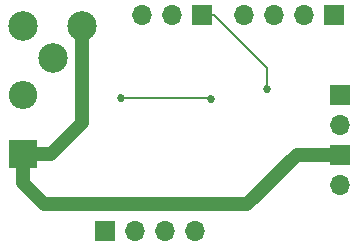
<source format=gbr>
G04 #@! TF.FileFunction,Copper,L2,Bot,Signal*
%FSLAX46Y46*%
G04 Gerber Fmt 4.6, Leading zero omitted, Abs format (unit mm)*
G04 Created by KiCad (PCBNEW 4.0.7) date 2017 November 14, Tuesday 05:37:29*
%MOMM*%
%LPD*%
G01*
G04 APERTURE LIST*
%ADD10C,0.076200*%
%ADD11R,1.700000X1.700000*%
%ADD12O,1.700000X1.700000*%
%ADD13C,2.500000*%
%ADD14R,2.400000X2.400000*%
%ADD15O,2.400000X2.400000*%
%ADD16C,0.685800*%
%ADD17C,1.219200*%
%ADD18C,0.152400*%
G04 APERTURE END LIST*
D10*
D11*
X167894000Y-92964000D03*
D12*
X167894000Y-95504000D03*
D11*
X167894000Y-98044000D03*
D12*
X167894000Y-100584000D03*
D11*
X156210000Y-86233000D03*
D12*
X153670000Y-86233000D03*
X151130000Y-86233000D03*
D11*
X148000000Y-104500000D03*
D12*
X150540000Y-104500000D03*
X153080000Y-104500000D03*
X155620000Y-104500000D03*
D11*
X167386000Y-86233000D03*
D12*
X164846000Y-86233000D03*
X162306000Y-86233000D03*
X159766000Y-86233000D03*
D13*
X143550000Y-89822000D03*
X146050000Y-87122000D03*
X141050000Y-87122000D03*
D14*
X141000000Y-98000000D03*
D15*
X141000000Y-93000000D03*
D16*
X156968179Y-93302583D03*
X149352000Y-93218000D03*
X161671000Y-92456000D03*
D17*
X146050000Y-87122000D02*
X146050000Y-95369200D01*
X146050000Y-95369200D02*
X143419200Y-98000000D01*
X143419200Y-98000000D02*
X141000000Y-98000000D01*
X160020000Y-102235000D02*
X164211000Y-98044000D01*
X164211000Y-98044000D02*
X167894000Y-98044000D01*
X142815800Y-102235000D02*
X160020000Y-102235000D01*
X141000000Y-98000000D02*
X141000000Y-100419200D01*
X141000000Y-100419200D02*
X142815800Y-102235000D01*
X167850000Y-98000000D02*
X167894000Y-98044000D01*
D18*
X149352000Y-93218000D02*
X156883596Y-93218000D01*
X156883596Y-93218000D02*
X156968179Y-93302583D01*
X161671000Y-92456000D02*
X161671000Y-90691600D01*
X161671000Y-90691600D02*
X157212400Y-86233000D01*
X157212400Y-86233000D02*
X156210000Y-86233000D01*
M02*

</source>
